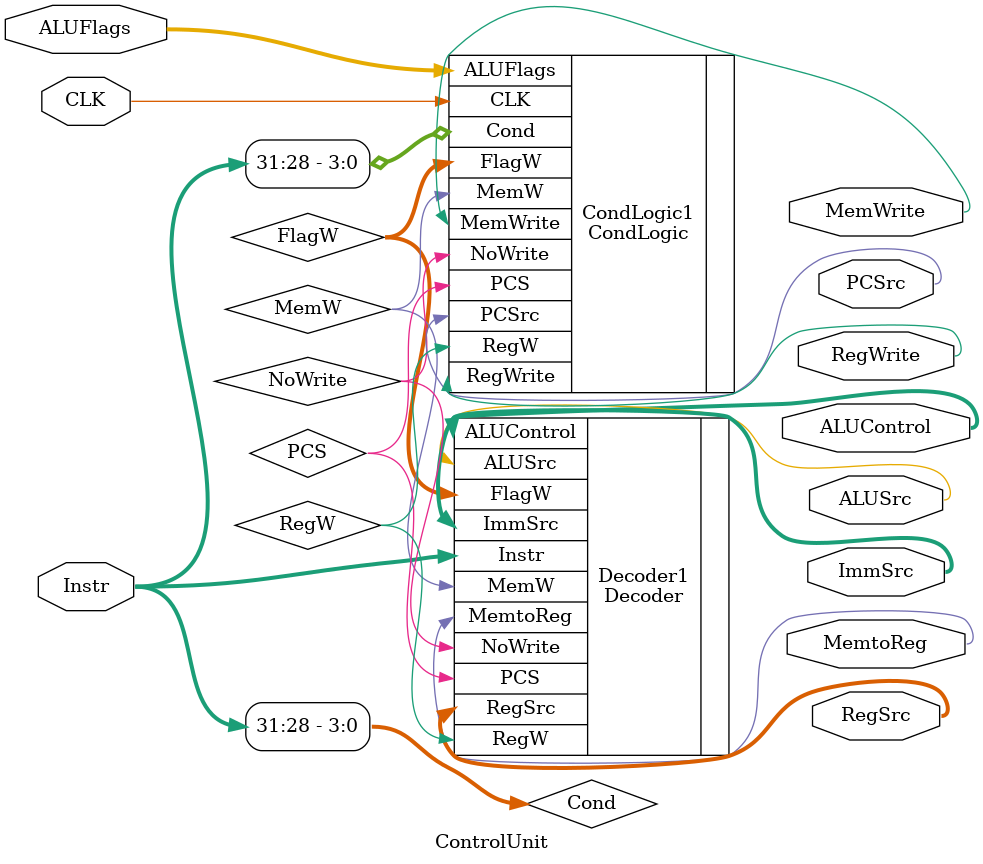
<source format=v>
module ControlUnit(
    input [31:0] Instr,
    input [3:0] ALUFlags,
    input CLK,

    output MemtoReg,
    output MemWrite,
    output ALUSrc,
    output [1:0] ImmSrc,
    output RegWrite,
    output [1:0] RegSrc,
    output [1:0] ALUControl,	
    output PCSrc
    ); 
    
    wire [3:0] Cond;
    wire PCS, RegW, MemW,NoWrite;
    wire [1:0] FlagW;

    assign Cond=Instr[31:28];


    CondLogic CondLogic1(
     .CLK(CLK),
     .PCS(PCS),
     .RegW(RegW),
     .MemW(MemW),
     .FlagW(FlagW),
     .Cond(Cond),
     .ALUFlags(ALUFlags),
     .NoWrite(NoWrite),

     .PCSrc(PCSrc),
     .RegWrite(RegWrite),
     .MemWrite(MemWrite)
    );

    Decoder Decoder1(
     .Instr(Instr),
     
     .PCS(PCS),
     .RegW(RegW),
     .MemW(MemW),
     .MemtoReg(MemtoReg),
     .ALUSrc(ALUSrc),
     .ImmSrc(ImmSrc),
     .RegSrc(RegSrc),
     
//     NoWrite,
     .ALUControl(ALUControl),
     .FlagW(FlagW),
     .NoWrite(NoWrite)
    );
endmodule
</source>
